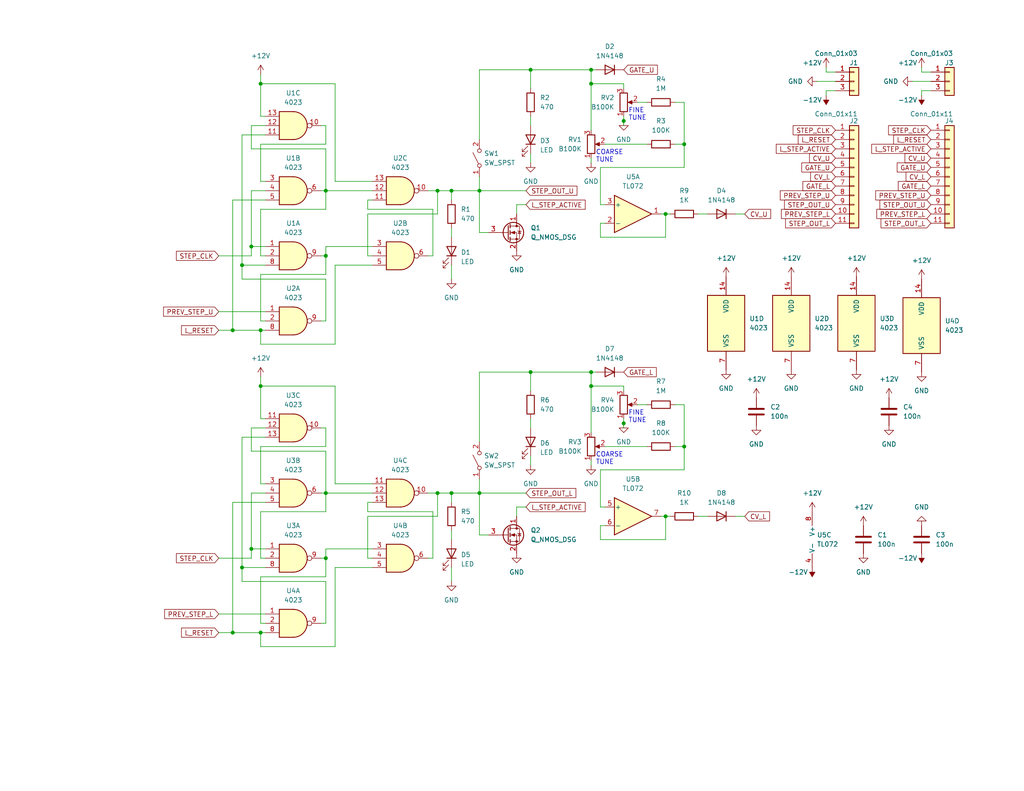
<source format=kicad_sch>
(kicad_sch (version 20211123) (generator eeschema)
  (paper "USLetter")
  (title_block (title "Sequencer One - Step Board") (date "2024-01-18") (rev "v1") (company "Multi Phase Brothel"))
  (lib_symbols
    (symbol "4xxx:4023" (pin_names (offset 1.016))
      (property "Reference" "U" (at 0 1.27 0))
      (property "Value" "4023" (at 0 -1.27 0))
      (symbol "4023_1_1"
        (pin input line (at -7.62 2.54 0) (length 3.81) (name "~") (number "1"))
        (pin input line (at -7.62 0 0) (length 3.81) (name "~") (number "2"))
        (pin input line (at -7.62 -2.54 0) (length 3.81) (name "~") (number "8"))
        (pin output inverted (at 7.62 0 180) (length 3.81) (name "~") (number "9"))
      )
      (symbol "4023_1_2"
        (pin input inverted (at -7.62 2.54 0) (length 4.318) (name "~") (number "1"))
        (pin input inverted (at -7.62 0 0) (length 4.953) (name "~") (number "2"))
        (pin input inverted (at -7.62 -2.54 0) (length 4.318) (name "~") (number "8"))
        (pin output line (at 7.62 0 180) (length 3.81) (name "~") (number "9"))
      )
      (symbol "4023_2_1"
        (pin input line (at -7.62 2.54 0) (length 3.81) (name "~") (number "3"))
        (pin input line (at -7.62 0 0) (length 3.81) (name "~") (number "4"))
        (pin input line (at -7.62 -2.54 0) (length 3.81) (name "~") (number "5"))
        (pin output inverted (at 7.62 0 180) (length 3.81) (name "~") (number "6"))
      )
      (symbol "4023_2_2"
        (pin input inverted (at -7.62 2.54 0) (length 4.318) (name "~") (number "3"))
        (pin input inverted (at -7.62 0 0) (length 4.953) (name "~") (number "4"))
        (pin input inverted (at -7.62 -2.54 0) (length 4.318) (name "~") (number "5"))
        (pin output line (at 7.62 0 180) (length 3.81) (name "~") (number "6"))
      )
      (symbol "4023_3_1"
        (pin output inverted (at 7.62 0 180) (length 3.81) (name "~") (number "10"))
        (pin input line (at -7.62 2.54 0) (length 3.81) (name "~") (number "11"))
        (pin input line (at -7.62 0 0) (length 3.81) (name "~") (number "12"))
        (pin input line (at -7.62 -2.54 0) (length 3.81) (name "~") (number "13"))
      )
      (symbol "4023_3_2"
        (pin output line (at 7.62 0 180) (length 3.81) (name "~") (number "10"))
        (pin input inverted (at -7.62 2.54 0) (length 4.318) (name "~") (number "11"))
        (pin input inverted (at -7.62 0 0) (length 4.953) (name "~") (number "12"))
        (pin input inverted (at -7.62 -2.54 0) (length 4.318) (name "~") (number "13"))
      )
      (symbol "4023_4_0"
        (pin power_in line (at 0 12.7 270) (length 5.08) (name "VDD") (number "14"))
        (pin power_in line (at 0 -12.7 90) (length 5.08) (name "VSS") (number "7"))
      )
    )
    (symbol "Amplifier_Operational:TL072" (pin_names (offset 0.127))
      (property "Reference" "U" (at 0 5.08 0))
      (property "Value" "TL072" (at 0 -5.08 0))
      (symbol "TL072_1_1"
        (pin output line (at 7.62 0 180) (length 2.54) (name "~") (number "1"))
        (pin input line (at -7.62 -2.54 0) (length 2.54) (name "-") (number "2"))
        (pin input line (at -7.62 2.54 0) (length 2.54) (name "+") (number "3"))
      )
      (symbol "TL072_2_1"
        (pin input line (at -7.62 2.54 0) (length 2.54) (name "+") (number "5"))
        (pin input line (at -7.62 -2.54 0) (length 2.54) (name "-") (number "6"))
        (pin output line (at 7.62 0 180) (length 2.54) (name "~") (number "7"))
      )
      (symbol "TL072_3_1"
        (pin power_in line (at -2.54 -7.62 90) (length 3.81) (name "V-") (number "4"))
        (pin power_in line (at -2.54 7.62 270) (length 3.81) (name "V+") (number "8"))
      )
    )
    (symbol "Connector_Generic:Conn_01x03" (pin_names (offset 1.016) hide)
      (property "Reference" "J" (at 0 5.08 0))
      (property "Value" "Conn_01x03" (at 0 -5.08 0))
      (symbol "Conn_01x03_1_1"
        (pin passive line (at -5.08 2.54 0) (length 3.81) (name "Pin_1") (number "1"))
        (pin passive line (at -5.08 0 0) (length 3.81) (name "Pin_2") (number "2"))
        (pin passive line (at -5.08 -2.54 0) (length 3.81) (name "Pin_3") (number "3"))
      )
    )
    (symbol "Connector_Generic:Conn_01x11" (pin_names (offset 1.016) hide)
      (property "Reference" "J" (at 0 15.24 0))
      (property "Value" "Conn_01x11" (at 0 -15.24 0))
      (symbol "Conn_01x11_1_1"
        (pin passive line (at -5.08 12.7 0) (length 3.81) (name "Pin_1") (number "1"))
        (pin passive line (at -5.08 -10.16 0) (length 3.81) (name "Pin_10") (number "10"))
        (pin passive line (at -5.08 -12.7 0) (length 3.81) (name "Pin_11") (number "11"))
        (pin passive line (at -5.08 10.16 0) (length 3.81) (name "Pin_2") (number "2"))
        (pin passive line (at -5.08 7.62 0) (length 3.81) (name "Pin_3") (number "3"))
        (pin passive line (at -5.08 5.08 0) (length 3.81) (name "Pin_4") (number "4"))
        (pin passive line (at -5.08 2.54 0) (length 3.81) (name "Pin_5") (number "5"))
        (pin passive line (at -5.08 0 0) (length 3.81) (name "Pin_6") (number "6"))
        (pin passive line (at -5.08 -2.54 0) (length 3.81) (name "Pin_7") (number "7"))
        (pin passive line (at -5.08 -5.08 0) (length 3.81) (name "Pin_8") (number "8"))
        (pin passive line (at -5.08 -7.62 0) (length 3.81) (name "Pin_9") (number "9"))
      )
    )
    (symbol "Device:C" (pin_numbers hide) (pin_names (offset 0.254))
      (property "Reference" "C" (at 0.635 2.54 0))
      (property "Value" "C" (at 0.635 -2.54 0))
      (symbol "C_1_1"
        (pin passive line (at 0 3.81 270) (length 2.794) (name "~") (number "1"))
        (pin passive line (at 0 -3.81 90) (length 2.794) (name "~") (number "2"))
      )
    )
    (symbol "Device:LED" (pin_numbers hide) (pin_names (offset 1.016) hide)
      (property "Reference" "D" (at 0 2.54 0))
      (property "Value" "LED" (at 0 -2.54 0))
      (symbol "LED_1_1"
        (pin passive line (at -3.81 0 0) (length 2.54) (name "K") (number "1"))
        (pin passive line (at 3.81 0 180) (length 2.54) (name "A") (number "2"))
      )
    )
    (symbol "Device:Q_NMOS_DSG" (pin_names (offset 0) hide)
      (property "Reference" "Q" (at 5.08 1.27 0))
      (property "Value" "Q_NMOS_DSG" (at 5.08 -1.27 0))
      (symbol "Q_NMOS_DSG_1_1"
        (pin passive line (at 2.54 5.08 270) (length 2.54) (name "D") (number "1"))
        (pin passive line (at 2.54 -5.08 90) (length 2.54) (name "S") (number "2"))
        (pin input line (at -5.08 0 0) (length 2.54) (name "G") (number "3"))
      )
    )
    (symbol "Device:R" (pin_numbers hide) (pin_names (offset 0))
      (property "Reference" "R" (at 2.032 0 90))
      (property "Value" "R" (at 0 0 90))
      (symbol "R_1_1"
        (pin passive line (at 0 3.81 270) (length 1.27) (name "~") (number "1"))
        (pin passive line (at 0 -3.81 90) (length 1.27) (name "~") (number "2"))
      )
    )
    (symbol "Device:R_Potentiometer" (pin_names (offset 1.016) hide)
      (property "Reference" "RV" (at -4.445 0 90))
      (property "Value" "R_Potentiometer" (at -2.54 0 90))
      (symbol "R_Potentiometer_1_1"
        (pin passive line (at 0 3.81 270) (length 1.27) (name "1") (number "1"))
        (pin passive line (at 3.81 0 180) (length 1.27) (name "2") (number "2"))
        (pin passive line (at 0 -3.81 90) (length 1.27) (name "3") (number "3"))
      )
    )
    (symbol "Diode:1N4148" (pin_numbers hide) (pin_names (offset 1.016) hide)
      (property "Reference" "D" (at 0 2.54 0))
      (property "Value" "1N4148" (at 0 -2.54 0))
      (symbol "1N4148_1_1"
        (pin passive line (at -3.81 0 0) (length 2.54) (name "K") (number "1"))
        (pin passive line (at 3.81 0 180) (length 2.54) (name "A") (number "2"))
      )
    )
    (symbol "Switch:SW_SPST" (pin_names (offset 0) hide)
      (property "Reference" "SW" (at 0 3.175 0))
      (property "Value" "SW_SPST" (at 0 -2.54 0))
      (symbol "SW_SPST_1_1"
        (pin passive line (at -5.08 0 0) (length 2.54) (name "A") (number "1"))
        (pin passive line (at 5.08 0 180) (length 2.54) (name "B") (number "2"))
      )
    )
    (symbol "power:+12V" (power) (pin_names (offset 0))
      (property "Value" "+12V" (at 0 3.556 0))
      (symbol "+12V_1_1"
        (pin power_in line (at 0 0 90) (length 0) hide (name "+12V") (number "1"))
      )
    )
    (symbol "power:-12V" (power) (pin_names (offset 0))
      (property "Value" "-12V" (at 0 3.81 0))
      (symbol "-12V_0_0"
        (pin power_in line (at 0 0 90) (length 0) hide (name "-12V") (number "1"))
      )
    )
    (symbol "power:GND" (power) (pin_names (offset 0))
      (property "Value" "GND" (at 0 -3.81 0))
      (symbol "GND_1_1"
        (pin power_in line (at 0 0 270) (length 0) hide (name "GND") (number "1"))
      )
    )
  )
  (junction (at 170.18 115.57))
  (junction (at 181.61 58.42))
  (junction (at 71.12 90.17))
  (junction (at 119.38 134.62))
  (junction (at 63.5 90.17))
  (junction (at 161.29 105.41))
  (junction (at 123.19 52.07))
  (junction (at 63.5 172.72))
  (junction (at 123.19 134.62))
  (junction (at 88.9 69.85))
  (junction (at 119.38 52.07))
  (junction (at 144.78 101.6))
  (junction (at 88.9 152.4))
  (junction (at 88.9 134.62))
  (junction (at 170.18 33.02))
  (junction (at 68.58 67.31))
  (junction (at 186.69 121.92))
  (junction (at 130.81 52.07))
  (junction (at 66.04 72.39))
  (junction (at 161.29 22.86))
  (junction (at 71.12 172.72))
  (junction (at 71.12 105.41))
  (junction (at 71.12 22.86))
  (junction (at 181.61 140.97))
  (junction (at 88.9 52.07))
  (junction (at 144.78 19.05))
  (junction (at 130.81 134.62))
  (junction (at 66.04 154.94))
  (junction (at 68.58 149.86))
  (junction (at 161.29 19.05))
  (junction (at 161.29 101.6))
  (junction (at 186.69 39.37))
  (wire (pts (xy 116.84 69.85) (xy 118.11 69.85)))
  (wire (pts (xy 71.12 102.87) (xy 71.12 105.41)))
  (wire (pts (xy 71.12 20.32) (xy 71.12 22.86)))
  (wire (pts (xy 101.6 149.86) (xy 88.9 149.86)))
  (wire (pts (xy 71.12 22.86) (xy 91.44 22.86)))
  (wire (pts (xy 180.34 140.97) (xy 181.61 140.97)))
  (wire (pts (xy 59.69 152.4) (xy 68.58 152.4)))
  (wire (pts (xy 87.63 69.85) (xy 88.9 69.85)))
  (wire (pts (xy 170.18 31.75) (xy 170.18 33.02)))
  (wire (pts (xy 63.5 54.61) (xy 63.5 90.17)))
  (wire (pts (xy 72.39 54.61) (xy 63.5 54.61)))
  (wire (pts (xy 66.04 119.38) (xy 66.04 154.94)))
  (wire (pts (xy 91.44 93.98) (xy 71.12 93.98)))
  (wire (pts (xy 100.33 54.61) (xy 100.33 57.15)))
  (wire (pts (xy 68.58 34.29) (xy 72.39 34.29)))
  (wire (pts (xy 144.78 31.75) (xy 144.78 34.29)))
  (wire (pts (xy 163.83 143.51) (xy 163.83 147.32)))
  (wire (pts (xy 88.9 76.2) (xy 88.9 87.63)))
  (wire (pts (xy 59.69 172.72) (xy 63.5 172.72)))
  (wire (pts (xy 71.12 87.63) (xy 72.39 87.63)))
  (wire (pts (xy 72.39 137.16) (xy 63.5 137.16)))
  (wire (pts (xy 72.39 69.85) (xy 71.12 69.85)))
  (wire (pts (xy 161.29 101.6) (xy 162.56 101.6)))
  (wire (pts (xy 71.12 31.75) (xy 71.12 22.86)))
  (wire (pts (xy 59.69 167.64) (xy 72.39 167.64)))
  (wire (pts (xy 123.19 144.78) (xy 123.19 147.32)))
  (wire (pts (xy 88.9 52.07) (xy 88.9 57.15)))
  (wire (pts (xy 140.97 140.97) (xy 140.97 138.43)))
  (wire (pts (xy 88.9 170.18) (xy 87.63 170.18)))
  (wire (pts (xy 163.83 128.27) (xy 186.69 128.27)))
  (wire (pts (xy 68.58 134.62) (xy 68.58 149.86)))
  (wire (pts (xy 140.97 138.43) (xy 143.51 138.43)))
  (wire (pts (xy 71.12 39.37) (xy 71.12 49.53)))
  (wire (pts (xy 161.29 105.41) (xy 161.29 118.11)))
  (wire (pts (xy 71.12 93.98) (xy 71.12 90.17)))
  (wire (pts (xy 101.6 137.16) (xy 100.33 137.16)))
  (wire (pts (xy 170.18 114.3) (xy 170.18 115.57)))
  (wire (pts (xy 71.12 57.15) (xy 88.9 57.15)))
  (wire (pts (xy 123.19 154.94) (xy 123.19 158.75)))
  (wire (pts (xy 71.12 170.18) (xy 72.39 170.18)))
  (wire (pts (xy 123.19 72.39) (xy 123.19 76.2)))
  (wire (pts (xy 100.33 140.97) (xy 119.38 140.97)))
  (wire (pts (xy 133.35 146.05) (xy 130.81 146.05)))
  (wire (pts (xy 88.9 152.4) (xy 88.9 157.48)))
  (wire (pts (xy 163.83 147.32) (xy 181.61 147.32)))
  (wire (pts (xy 88.9 39.37) (xy 71.12 39.37)))
  (wire (pts (xy 66.04 158.75) (xy 88.9 158.75)))
  (wire (pts (xy 144.78 19.05) (xy 161.29 19.05)))
  (wire (pts (xy 186.69 121.92) (xy 186.69 128.27)))
  (wire (pts (xy 225.425 24.765) (xy 225.425 26.035)))
  (wire (pts (xy 254 19.685) (xy 251.46 19.685)))
  (wire (pts (xy 184.15 27.94) (xy 186.69 27.94)))
  (wire (pts (xy 165.1 138.43) (xy 163.83 138.43)))
  (wire (pts (xy 68.58 149.86) (xy 72.39 149.86)))
  (wire (pts (xy 144.78 124.46) (xy 144.78 127)))
  (wire (pts (xy 123.19 134.62) (xy 123.19 137.16)))
  (wire (pts (xy 91.44 22.86) (xy 91.44 49.53)))
  (wire (pts (xy 100.33 69.85) (xy 101.6 69.85)))
  (wire (pts (xy 200.66 140.97) (xy 203.2 140.97)))
  (wire (pts (xy 88.9 69.85) (xy 88.9 74.93)))
  (wire (pts (xy 72.39 132.08) (xy 71.12 132.08)))
  (wire (pts (xy 87.63 52.07) (xy 88.9 52.07)))
  (wire (pts (xy 173.99 27.94) (xy 176.53 27.94)))
  (wire (pts (xy 68.58 116.84) (xy 68.58 123.19)))
  (wire (pts (xy 71.12 176.53) (xy 71.12 172.72)))
  (wire (pts (xy 71.12 114.3) (xy 71.12 105.41)))
  (wire (pts (xy 71.12 74.93) (xy 88.9 74.93)))
  (wire (pts (xy 184.15 121.92) (xy 186.69 121.92)))
  (wire (pts (xy 68.58 67.31) (xy 68.58 69.85)))
  (wire (pts (xy 66.04 76.2) (xy 88.9 76.2)))
  (wire (pts (xy 144.78 101.6) (xy 161.29 101.6)))
  (wire (pts (xy 88.9 34.29) (xy 88.9 39.37)))
  (wire (pts (xy 59.69 69.85) (xy 68.58 69.85)))
  (wire (pts (xy 68.58 40.64) (xy 88.9 40.64)))
  (wire (pts (xy 72.39 52.07) (xy 68.58 52.07)))
  (wire (pts (xy 71.12 172.72) (xy 72.39 172.72)))
  (wire (pts (xy 163.83 55.88) (xy 163.83 45.72)))
  (wire (pts (xy 251.46 24.765) (xy 251.46 26.035)))
  (wire (pts (xy 100.33 139.7) (xy 118.11 139.7)))
  (wire (pts (xy 71.12 139.7) (xy 71.12 152.4)))
  (wire (pts (xy 66.04 36.83) (xy 72.39 36.83)))
  (wire (pts (xy 101.6 54.61) (xy 100.33 54.61)))
  (wire (pts (xy 59.69 90.17) (xy 63.5 90.17)))
  (wire (pts (xy 71.12 74.93) (xy 71.12 87.63)))
  (wire (pts (xy 66.04 72.39) (xy 66.04 76.2)))
  (wire (pts (xy 88.9 52.07) (xy 101.6 52.07)))
  (wire (pts (xy 118.11 57.15) (xy 118.11 69.85)))
  (wire (pts (xy 68.58 34.29) (xy 68.58 40.64)))
  (wire (pts (xy 227.965 19.685) (xy 225.425 19.685)))
  (wire (pts (xy 91.44 132.08) (xy 101.6 132.08)))
  (wire (pts (xy 200.66 58.42) (xy 203.2 58.42)))
  (wire (pts (xy 71.12 152.4) (xy 72.39 152.4)))
  (wire (pts (xy 87.63 134.62) (xy 88.9 134.62)))
  (wire (pts (xy 186.69 45.72) (xy 186.69 39.37)))
  (wire (pts (xy 144.78 41.91) (xy 144.78 44.45)))
  (wire (pts (xy 130.81 48.26) (xy 130.81 52.07)))
  (wire (pts (xy 123.19 62.23) (xy 123.19 64.77)))
  (wire (pts (xy 163.83 64.77) (xy 181.61 64.77)))
  (wire (pts (xy 130.81 52.07) (xy 143.51 52.07)))
  (wire (pts (xy 165.1 143.51) (xy 163.83 143.51)))
  (wire (pts (xy 91.44 105.41) (xy 91.44 132.08)))
  (wire (pts (xy 100.33 137.16) (xy 100.33 139.7)))
  (wire (pts (xy 161.29 125.73) (xy 161.29 127)))
  (wire (pts (xy 88.9 158.75) (xy 88.9 170.18)))
  (wire (pts (xy 91.44 176.53) (xy 71.12 176.53)))
  (wire (pts (xy 88.9 40.64) (xy 88.9 52.07)))
  (wire (pts (xy 248.92 22.225) (xy 254 22.225)))
  (wire (pts (xy 72.39 49.53) (xy 71.12 49.53)))
  (wire (pts (xy 163.83 138.43) (xy 163.83 128.27)))
  (wire (pts (xy 165.1 121.92) (xy 176.53 121.92)))
  (wire (pts (xy 63.5 137.16) (xy 63.5 172.72)))
  (wire (pts (xy 254 24.765) (xy 251.46 24.765)))
  (wire (pts (xy 144.78 101.6) (xy 144.78 106.68)))
  (wire (pts (xy 133.35 63.5) (xy 130.81 63.5)))
  (wire (pts (xy 130.81 130.81) (xy 130.81 134.62)))
  (wire (pts (xy 170.18 115.57) (xy 170.18 116.84)))
  (wire (pts (xy 66.04 154.94) (xy 72.39 154.94)))
  (wire (pts (xy 71.12 114.3) (xy 72.39 114.3)))
  (wire (pts (xy 72.39 119.38) (xy 66.04 119.38)))
  (wire (pts (xy 100.33 140.97) (xy 100.33 152.4)))
  (wire (pts (xy 87.63 152.4) (xy 88.9 152.4)))
  (wire (pts (xy 119.38 140.97) (xy 119.38 134.62)))
  (wire (pts (xy 170.18 105.41) (xy 161.29 105.41)))
  (wire (pts (xy 71.12 90.17) (xy 72.39 90.17)))
  (wire (pts (xy 181.61 147.32) (xy 181.61 140.97)))
  (wire (pts (xy 173.99 110.49) (xy 176.53 110.49)))
  (wire (pts (xy 251.46 19.685) (xy 251.46 18.415)))
  (wire (pts (xy 181.61 140.97) (xy 182.88 140.97)))
  (wire (pts (xy 119.38 52.07) (xy 123.19 52.07)))
  (wire (pts (xy 170.18 24.13) (xy 170.18 22.86)))
  (wire (pts (xy 186.69 27.94) (xy 186.69 39.37)))
  (wire (pts (xy 184.15 110.49) (xy 186.69 110.49)))
  (wire (pts (xy 225.425 19.685) (xy 225.425 18.415)))
  (wire (pts (xy 59.69 85.09) (xy 72.39 85.09)))
  (wire (pts (xy 88.9 67.31) (xy 88.9 69.85)))
  (wire (pts (xy 116.84 152.4) (xy 118.11 152.4)))
  (wire (pts (xy 123.19 52.07) (xy 123.19 54.61)))
  (wire (pts (xy 63.5 172.72) (xy 71.12 172.72)))
  (wire (pts (xy 100.33 58.42) (xy 119.38 58.42)))
  (wire (pts (xy 190.5 58.42) (xy 193.04 58.42)))
  (wire (pts (xy 88.9 121.92) (xy 71.12 121.92)))
  (wire (pts (xy 163.83 60.96) (xy 163.83 64.77)))
  (wire (pts (xy 144.78 114.3) (xy 144.78 116.84)))
  (wire (pts (xy 66.04 72.39) (xy 72.39 72.39)))
  (wire (pts (xy 71.12 105.41) (xy 91.44 105.41)))
  (wire (pts (xy 140.97 58.42) (xy 140.97 55.88)))
  (wire (pts (xy 66.04 154.94) (xy 66.04 158.75)))
  (wire (pts (xy 184.15 39.37) (xy 186.69 39.37)))
  (wire (pts (xy 130.81 101.6) (xy 144.78 101.6)))
  (wire (pts (xy 91.44 72.39) (xy 91.44 93.98)))
  (wire (pts (xy 68.58 67.31) (xy 72.39 67.31)))
  (wire (pts (xy 130.81 120.65) (xy 130.81 101.6)))
  (wire (pts (xy 68.58 123.19) (xy 88.9 123.19)))
  (wire (pts (xy 88.9 134.62) (xy 101.6 134.62)))
  (wire (pts (xy 130.81 134.62) (xy 130.81 146.05)))
  (wire (pts (xy 72.39 116.84) (xy 68.58 116.84)))
  (wire (pts (xy 71.12 157.48) (xy 71.12 170.18)))
  (wire (pts (xy 116.84 134.62) (xy 119.38 134.62)))
  (wire (pts (xy 118.11 139.7) (xy 118.11 152.4)))
  (wire (pts (xy 130.81 134.62) (xy 143.51 134.62)))
  (wire (pts (xy 91.44 154.94) (xy 91.44 176.53)))
  (wire (pts (xy 63.5 90.17) (xy 71.12 90.17)))
  (wire (pts (xy 130.81 19.05) (xy 144.78 19.05)))
  (wire (pts (xy 181.61 58.42) (xy 182.88 58.42)))
  (wire (pts (xy 100.33 58.42) (xy 100.33 69.85)))
  (wire (pts (xy 66.04 36.83) (xy 66.04 72.39)))
  (wire (pts (xy 130.81 38.1) (xy 130.81 19.05)))
  (wire (pts (xy 101.6 72.39) (xy 91.44 72.39)))
  (wire (pts (xy 161.29 43.18) (xy 161.29 44.45)))
  (wire (pts (xy 140.97 55.88) (xy 143.51 55.88)))
  (wire (pts (xy 181.61 58.42) (xy 180.34 58.42)))
  (wire (pts (xy 161.29 19.05) (xy 161.29 22.86)))
  (wire (pts (xy 144.78 19.05) (xy 144.78 24.13)))
  (wire (pts (xy 170.18 106.68) (xy 170.18 105.41)))
  (wire (pts (xy 87.63 116.84) (xy 88.9 116.84)))
  (wire (pts (xy 165.1 55.88) (xy 163.83 55.88)))
  (wire (pts (xy 186.69 110.49) (xy 186.69 121.92)))
  (wire (pts (xy 101.6 154.94) (xy 91.44 154.94)))
  (wire (pts (xy 71.12 57.15) (xy 71.12 69.85)))
  (wire (pts (xy 100.33 57.15) (xy 118.11 57.15)))
  (wire (pts (xy 71.12 157.48) (xy 88.9 157.48)))
  (wire (pts (xy 227.965 24.765) (xy 225.425 24.765)))
  (wire (pts (xy 87.63 34.29) (xy 88.9 34.29)))
  (wire (pts (xy 88.9 123.19) (xy 88.9 134.62)))
  (wire (pts (xy 123.19 134.62) (xy 130.81 134.62)))
  (wire (pts (xy 123.19 52.07) (xy 130.81 52.07)))
  (wire (pts (xy 190.5 140.97) (xy 193.04 140.97)))
  (wire (pts (xy 72.39 134.62) (xy 68.58 134.62)))
  (wire (pts (xy 88.9 116.84) (xy 88.9 121.92)))
  (wire (pts (xy 163.83 45.72) (xy 186.69 45.72)))
  (wire (pts (xy 222.885 22.225) (xy 227.965 22.225)))
  (wire (pts (xy 119.38 58.42) (xy 119.38 52.07)))
  (wire (pts (xy 68.58 149.86) (xy 68.58 152.4)))
  (wire (pts (xy 165.1 39.37) (xy 176.53 39.37)))
  (wire (pts (xy 181.61 64.77) (xy 181.61 58.42)))
  (wire (pts (xy 161.29 101.6) (xy 161.29 105.41)))
  (wire (pts (xy 88.9 87.63) (xy 87.63 87.63)))
  (wire (pts (xy 71.12 121.92) (xy 71.12 132.08)))
  (wire (pts (xy 170.18 22.86) (xy 161.29 22.86)))
  (wire (pts (xy 119.38 134.62) (xy 123.19 134.62)))
  (wire (pts (xy 68.58 52.07) (xy 68.58 67.31)))
  (wire (pts (xy 101.6 67.31) (xy 88.9 67.31)))
  (wire (pts (xy 116.84 52.07) (xy 119.38 52.07)))
  (wire (pts (xy 91.44 49.53) (xy 101.6 49.53)))
  (wire (pts (xy 88.9 149.86) (xy 88.9 152.4)))
  (wire (pts (xy 161.29 19.05) (xy 162.56 19.05)))
  (wire (pts (xy 71.12 31.75) (xy 72.39 31.75)))
  (wire (pts (xy 71.12 139.7) (xy 88.9 139.7)))
  (wire (pts (xy 170.18 33.02) (xy 170.18 34.29)))
  (wire (pts (xy 88.9 134.62) (xy 88.9 139.7)))
  (wire (pts (xy 161.29 22.86) (xy 161.29 35.56)))
  (wire (pts (xy 100.33 152.4) (xy 101.6 152.4)))
  (wire (pts (xy 165.1 60.96) (xy 163.83 60.96)))
  (wire (pts (xy 130.81 52.07) (xy 130.81 63.5)))
  (text "COARSE\nTUNE" (at 162.56 44.45 0) (effects (font (size 1.27 1.27)) (justify left bottom)))
  (text "FINE\nTUNE" (at 171.45 33.02 0) (effects (font (size 1.27 1.27)) (justify left bottom)))
  (text "FINE\nTUNE" (at 171.45 115.57 0) (effects (font (size 1.27 1.27)) (justify left bottom)))
  (text "COARSE\nTUNE" (at 162.56 127 0) (effects (font (size 1.27 1.27)) (justify left bottom)))
  (global_label "STEP_OUT_L" (shape input) (at 143.51 134.62 0) (property "Intersheet References" "${INTERSHEET_REFS}" (effects hide)))
  (global_label "STEP_OUT_U" (shape input) (at 227.965 55.88 180) (property "Intersheet References" "${INTERSHEET_REFS}" (effects hide)))
  (global_label "CV_U" (shape input) (at 254 43.18 180) (property "Intersheet References" "${INTERSHEET_REFS}" (effects hide)))
  (global_label "PREV_STEP_L" (shape input) (at 59.69 167.64 180) (property "Intersheet References" "${INTERSHEET_REFS}" (effects hide)))
  (global_label "GATE_L" (shape input) (at 170.18 101.6 0) (property "Intersheet References" "${INTERSHEET_REFS}" (effects hide)))
  (global_label "GATE_U" (shape input) (at 227.965 45.72 180) (property "Intersheet References" "${INTERSHEET_REFS}" (effects hide)))
  (global_label "STEP_CLK" (shape input) (at 59.69 69.85 180) (property "Intersheet References" "${INTERSHEET_REFS}" (effects hide)))
  (global_label "L_STEP_ACTIVE" (shape input) (at 227.965 40.64 180) (property "Intersheet References" "${INTERSHEET_REFS}" (effects hide)))
  (global_label "GATE_L" (shape input) (at 227.965 50.8 180) (property "Intersheet References" "${INTERSHEET_REFS}" (effects hide)))
  (global_label "STEP_CLK" (shape input) (at 227.965 35.56 180) (property "Intersheet References" "${INTERSHEET_REFS}" (effects hide)))
  (global_label "GATE_U" (shape input) (at 254 45.72 180) (property "Intersheet References" "${INTERSHEET_REFS}" (effects hide)))
  (global_label "CV_L" (shape input) (at 227.965 48.26 180) (property "Intersheet References" "${INTERSHEET_REFS}" (effects hide)))
  (global_label "L_RESET" (shape input) (at 59.69 90.17 180) (property "Intersheet References" "${INTERSHEET_REFS}" (effects hide)))
  (global_label "CV_U" (shape input) (at 203.2 58.42 0) (property "Intersheet References" "${INTERSHEET_REFS}" (effects hide)))
  (global_label "STEP_OUT_U" (shape input) (at 143.51 52.07 0) (property "Intersheet References" "${INTERSHEET_REFS}" (effects hide)))
  (global_label "STEP_CLK" (shape input) (at 59.69 152.4 180) (property "Intersheet References" "${INTERSHEET_REFS}" (effects hide)))
  (global_label "PREV_STEP_L" (shape input) (at 227.965 58.42 180) (property "Intersheet References" "${INTERSHEET_REFS}" (effects hide)))
  (global_label "GATE_U" (shape input) (at 170.18 19.05 0) (property "Intersheet References" "${INTERSHEET_REFS}" (effects hide)))
  (global_label "L_STEP_ACTIVE" (shape input) (at 143.51 55.88 0) (property "Intersheet References" "${INTERSHEET_REFS}" (effects hide)))
  (global_label "L_RESET" (shape input) (at 59.69 172.72 180) (property "Intersheet References" "${INTERSHEET_REFS}" (effects hide)))
  (global_label "L_RESET" (shape input) (at 254 38.1 180) (property "Intersheet References" "${INTERSHEET_REFS}" (effects hide)))
  (global_label "PREV_STEP_U" (shape input) (at 227.965 53.34 180) (property "Intersheet References" "${INTERSHEET_REFS}" (effects hide)))
  (global_label "GATE_L" (shape input) (at 254 50.8 180) (property "Intersheet References" "${INTERSHEET_REFS}" (effects hide)))
  (global_label "CV_L" (shape input) (at 203.2 140.97 0) (property "Intersheet References" "${INTERSHEET_REFS}" (effects hide)))
  (global_label "PREV_STEP_L" (shape input) (at 254 58.42 180) (property "Intersheet References" "${INTERSHEET_REFS}" (effects hide)))
  (global_label "STEP_CLK" (shape input) (at 254 35.56 180) (property "Intersheet References" "${INTERSHEET_REFS}" (effects hide)))
  (global_label "STEP_OUT_L" (shape input) (at 254 60.96 180) (property "Intersheet References" "${INTERSHEET_REFS}" (effects hide)))
  (global_label "CV_L" (shape input) (at 254 48.26 180) (property "Intersheet References" "${INTERSHEET_REFS}" (effects hide)))
  (global_label "PREV_STEP_U" (shape input) (at 59.69 85.09 180) (property "Intersheet References" "${INTERSHEET_REFS}" (effects hide)))
  (global_label "L_STEP_ACTIVE" (shape input) (at 143.51 138.43 0) (property "Intersheet References" "${INTERSHEET_REFS}" (effects hide)))
  (global_label "STEP_OUT_U" (shape input) (at 254 55.88 180) (property "Intersheet References" "${INTERSHEET_REFS}" (effects hide)))
  (global_label "CV_U" (shape input) (at 227.965 43.18 180) (property "Intersheet References" "${INTERSHEET_REFS}" (effects hide)))
  (global_label "L_RESET" (shape input) (at 227.965 38.1 180) (property "Intersheet References" "${INTERSHEET_REFS}" (effects hide)))
  (global_label "STEP_OUT_L" (shape input) (at 227.965 60.96 180) (property "Intersheet References" "${INTERSHEET_REFS}" (effects hide)))
  (global_label "PREV_STEP_U" (shape input) (at 254 53.34 180) (property "Intersheet References" "${INTERSHEET_REFS}" (effects hide)))
  (global_label "L_STEP_ACTIVE" (shape input) (at 254 40.64 180) (property "Intersheet References" "${INTERSHEET_REFS}" (effects hide)))
  (symbol (lib_id "4xxx:4023") (at 80.01 69.85 0) (unit 1)
    (property "Reference" "U1" (at 80.01 60.96 0))
    (property "Value" "4023" (at 80.01 63.5 0))
    (property "Footprint" "Package_DIP:DIP-14_W7.62mm_Socket_LongPads" (effects hide))
    (property "Datasheet" "http://www.intersil.com/content/dam/Intersil/documents/cd40/cd4011bms-12bms-23bms.pdf" (effects hide))
  )
  (symbol (lib_id "power:+12V") (at 233.68 75.565 0) (unit 1)
    (property "Reference" "#PWR020" (effects hide))
    (property "Value" "+12V" (at 233.68 70.485 0))
  )
  (symbol (lib_id "power:+12V") (at 206.375 108.585 0) (unit 1)
    (property "Reference" "#PWR012" (effects hide))
    (property "Value" "+12V" (at 206.375 103.505 0))
  )
  (symbol (lib_id "Diode:1N4148") (at 196.85 140.97 0) (mirror y) (unit 1)
    (property "Reference" "D8" (at 196.85 134.62 0))
    (property "Value" "1N4148" (at 196.85 137.16 0))
    (property "Footprint" "Diode_THT:D_DO-35_SOD27_P7.62mm_Horizontal" (effects hide))
    (property "Datasheet" "https://assets.nexperia.com/documents/data-sheet/1N4148_1N4448.pdf" (effects hide))
  )
  (symbol (lib_id "power:+12V") (at 225.425 18.415 0) (unit 1)
    (property "Reference" "#PWR0103" (effects hide))
    (property "Value" "+12V" (at 221.615 17.145 0))
  )
  (symbol (lib_id "4xxx:4023") (at 233.68 88.265 0) (unit 4)
    (property "Reference" "U3" (at 240.03 86.9949 0) (effects (justify left)))
    (property "Value" "4023" (at 240.03 89.5349 0) (effects (justify left)))
    (property "Footprint" "Package_DIP:DIP-14_W7.62mm_Socket_LongPads" (effects hide))
    (property "Datasheet" "http://www.intersil.com/content/dam/Intersil/documents/cd40/cd4011bms-12bms-23bms.pdf" (effects hide))
  )
  (symbol (lib_id "4xxx:4023") (at 109.22 52.07 0) (mirror x) (unit 3)
    (property "Reference" "U2" (at 109.22 43.18 0))
    (property "Value" "4023" (at 109.22 45.72 0))
    (property "Footprint" "Package_DIP:DIP-14_W7.62mm_Socket_LongPads" (effects hide))
    (property "Datasheet" "http://www.intersil.com/content/dam/Intersil/documents/cd40/cd4011bms-12bms-23bms.pdf" (effects hide))
  )
  (symbol (lib_id "4xxx:4023") (at 215.9 88.265 0) (unit 4)
    (property "Reference" "U2" (at 222.25 86.9949 0) (effects (justify left)))
    (property "Value" "4023" (at 222.25 89.5349 0) (effects (justify left)))
    (property "Footprint" "Package_DIP:DIP-14_W7.62mm_Socket_LongPads" (effects hide))
    (property "Datasheet" "http://www.intersil.com/content/dam/Intersil/documents/cd40/cd4011bms-12bms-23bms.pdf" (effects hide))
  )
  (symbol (lib_id "power:GND") (at 248.92 22.225 270) (unit 1)
    (property "Reference" "#PWR028" (effects hide))
    (property "Value" "GND" (at 245.11 22.2249 90) (effects (justify right)))
  )
  (symbol (lib_id "Device:LED") (at 144.78 120.65 270) (mirror x) (unit 1)
    (property "Reference" "D6" (at 147.32 120.9674 90) (effects (justify left)))
    (property "Value" "LED" (at 147.32 123.5074 90) (effects (justify left)))
    (property "Footprint" "LED_THT:LED_D3.0mm" (effects hide))
  )
  (symbol (lib_id "power:GND") (at 161.29 44.45 0) (unit 1)
    (property "Reference" "#PWR02" (effects hide))
    (property "Value" "GND" (at 161.29 49.53 0))
  )
  (symbol (lib_id "Amplifier_Operational:TL072") (at 224.155 147.32 0) (unit 3)
    (property "Reference" "U5" (at 222.885 146.0499 0) (effects (justify left)))
    (property "Value" "TL072" (at 222.885 148.5899 0) (effects (justify left)))
    (property "Footprint" "Package_DIP:DIP-8_W7.62mm_Socket_LongPads" (effects hide))
    (property "Datasheet" "http://www.ti.com/lit/ds/symlink/tl071.pdf" (effects hide))
  )
  (symbol (lib_id "4xxx:4023") (at 80.01 152.4 0) (unit 1)
    (property "Reference" "U3" (at 80.01 143.51 0))
    (property "Value" "4023" (at 80.01 146.05 0))
    (property "Footprint" "Package_DIP:DIP-14_W7.62mm_Socket_LongPads" (effects hide))
    (property "Datasheet" "http://www.intersil.com/content/dam/Intersil/documents/cd40/cd4011bms-12bms-23bms.pdf" (effects hide))
  )
  (symbol (lib_id "Device:Q_NMOS_DSG") (at 138.43 146.05 0) (unit 1)
    (property "Reference" "Q2" (at 144.78 144.7799 0) (effects (justify left)))
    (property "Value" "Q_NMOS_DSG" (at 144.78 147.3199 0) (effects (justify left)))
    (property "Footprint" "Package_TO_SOT_THT:TO-92_HandSolder" (effects hide))
  )
  (symbol (lib_id "Device:C") (at 235.585 147.32 0) (unit 1)
    (property "Reference" "C1" (at 239.395 146.0499 0) (effects (justify left)))
    (property "Value" "100n" (at 239.395 148.5899 0) (effects (justify left)))
    (property "Footprint" "Capacitor_THT:C_Disc_D5.1mm_W3.2mm_P5.00mm" (effects hide))
  )
  (symbol (lib_id "Connector_Generic:Conn_01x11") (at 259.08 48.26 0) (unit 1)
    (property "Reference" "J4" (at 257.81 33.02 0) (effects (justify left)))
    (property "Value" "Conn_01x11" (at 248.285 31.115 0) (effects (justify left)))
    (property "Footprint" "Connector_PinHeader_2.54mm:PinHeader_1x11_P2.54mm_Vertical" (effects hide))
  )
  (symbol (lib_id "Connector_Generic:Conn_01x03") (at 259.08 22.225 0) (unit 1)
    (property "Reference" "J3" (at 257.81 17.145 0) (effects (justify left)))
    (property "Value" "Conn_01x03" (at 248.285 14.605 0) (effects (justify left)))
    (property "Footprint" "Connector_PinHeader_2.54mm:PinHeader_1x03_P2.54mm_Vertical" (effects hide))
  )
  (symbol (lib_id "power:GND") (at 123.19 76.2 0) (unit 1)
    (property "Reference" "#PWR04" (effects hide))
    (property "Value" "GND" (at 123.19 81.28 0))
  )
  (symbol (lib_id "power:GND") (at 235.585 151.13 0) (unit 1)
    (property "Reference" "#PWR09" (effects hide))
    (property "Value" "GND" (at 235.585 156.21 0))
  )
  (symbol (lib_id "4xxx:4023") (at 80.01 116.84 0) (unit 3)
    (property "Reference" "U3" (at 80.01 107.95 0))
    (property "Value" "4023" (at 80.01 110.49 0))
    (property "Footprint" "Package_DIP:DIP-14_W7.62mm_Socket_LongPads" (effects hide))
    (property "Datasheet" "http://www.intersil.com/content/dam/Intersil/documents/cd40/cd4011bms-12bms-23bms.pdf" (effects hide))
  )
  (symbol (lib_id "Device:Q_NMOS_DSG") (at 138.43 63.5 0) (unit 1)
    (property "Reference" "Q1" (at 144.78 62.2299 0) (effects (justify left)))
    (property "Value" "Q_NMOS_DSG" (at 144.78 64.7699 0) (effects (justify left)))
    (property "Footprint" "Package_TO_SOT_THT:TO-92_HandSolder" (effects hide))
  )
  (symbol (lib_id "power:GND") (at 144.78 127 0) (unit 1)
    (property "Reference" "#PWR017" (effects hide))
    (property "Value" "GND" (at 144.78 132.08 0))
  )
  (symbol (lib_id "4xxx:4023") (at 198.12 88.265 0) (unit 4)
    (property "Reference" "U1" (at 204.47 86.9949 0) (effects (justify left)))
    (property "Value" "4023" (at 204.47 89.5349 0) (effects (justify left)))
    (property "Footprint" "Package_DIP:DIP-14_W7.62mm_Socket_LongPads" (effects hide))
    (property "Datasheet" "http://www.intersil.com/content/dam/Intersil/documents/cd40/cd4011bms-12bms-23bms.pdf" (effects hide))
  )
  (symbol (lib_id "power:GND") (at 170.18 115.57 0) (unit 1)
    (property "Reference" "#PWR019" (effects hide))
    (property "Value" "GND" (at 170.18 120.65 0))
  )
  (symbol (lib_id "Device:R_Potentiometer") (at 161.29 39.37 0) (mirror x) (unit 1)
    (property "Reference" "RV1" (at 158.75 38.0999 0) (effects (justify right)))
    (property "Value" "B100K" (at 158.75 40.6399 0) (effects (justify right)))
    (property "Footprint" "Potentiometer_THT:Potentiometer_Piher_T-16H_Single_Horizontal" (effects hide))
  )
  (symbol (lib_id "power:GND") (at 233.68 100.965 0) (unit 1)
    (property "Reference" "#PWR021" (effects hide))
    (property "Value" "GND" (at 233.68 106.045 0))
  )
  (symbol (lib_id "Switch:SW_SPST") (at 130.81 43.18 90) (unit 1)
    (property "Reference" "SW1" (at 132.08 41.9099 90) (effects (justify right)))
    (property "Value" "SW_SPST" (at 132.08 44.4499 90) (effects (justify right)))
    (property "Footprint" "Connector_PinHeader_2.54mm:PinHeader_1x02_P2.54mm_Vertical" (effects hide))
  )
  (symbol (lib_id "Switch:SW_SPST") (at 130.81 125.73 90) (unit 1)
    (property "Reference" "SW2" (at 132.08 124.4599 90) (effects (justify right)))
    (property "Value" "SW_SPST" (at 132.08 126.9999 90) (effects (justify right)))
    (property "Footprint" "Connector_PinHeader_2.54mm:PinHeader_1x02_P2.54mm_Vertical" (effects hide))
  )
  (symbol (lib_id "power:GND") (at 215.9 100.965 0) (unit 1)
    (property "Reference" "#PWR011" (effects hide))
    (property "Value" "GND" (at 215.9 106.045 0))
  )
  (symbol (lib_id "power:GND") (at 161.29 127 0) (unit 1)
    (property "Reference" "#PWR018" (effects hide))
    (property "Value" "GND" (at 161.29 132.08 0))
  )
  (symbol (lib_id "4xxx:4023") (at 80.01 134.62 0) (unit 2)
    (property "Reference" "U3" (at 80.01 125.73 0))
    (property "Value" "4023" (at 80.01 128.27 0))
    (property "Footprint" "Package_DIP:DIP-14_W7.62mm_Socket_LongPads" (effects hide))
    (property "Datasheet" "http://www.intersil.com/content/dam/Intersil/documents/cd40/cd4011bms-12bms-23bms.pdf" (effects hide))
  )
  (symbol (lib_id "Device:R") (at 186.69 140.97 90) (unit 1)
    (property "Reference" "R10" (at 186.69 134.62 90))
    (property "Value" "1K" (at 186.69 137.16 90))
    (property "Footprint" "Resistor_THT:R_Axial_DIN0204_L3.6mm_D1.6mm_P7.62mm_Horizontal" (effects hide))
  )
  (symbol (lib_id "Diode:1N4148") (at 196.85 58.42 0) (mirror y) (unit 1)
    (property "Reference" "D4" (at 196.85 52.07 0))
    (property "Value" "1N4148" (at 196.85 54.61 0))
    (property "Footprint" "Diode_THT:D_DO-35_SOD27_P7.62mm_Horizontal" (effects hide))
    (property "Datasheet" "https://assets.nexperia.com/documents/data-sheet/1N4148_1N4448.pdf" (effects hide))
  )
  (symbol (lib_id "power:GND") (at 251.46 101.6 0) (unit 1)
    (property "Reference" "#PWR025" (effects hide))
    (property "Value" "GND" (at 251.46 106.68 0))
  )
  (symbol (lib_id "4xxx:4023") (at 109.22 152.4 0) (unit 2)
    (property "Reference" "U4" (at 109.22 143.51 0))
    (property "Value" "4023" (at 109.22 146.05 0))
    (property "Footprint" "Package_DIP:DIP-14_W7.62mm_Socket_LongPads" (effects hide))
    (property "Datasheet" "http://www.intersil.com/content/dam/Intersil/documents/cd40/cd4011bms-12bms-23bms.pdf" (effects hide))
  )
  (symbol (lib_id "Device:R") (at 123.19 58.42 180) (unit 1)
    (property "Reference" "R1" (at 125.73 57.1499 0) (effects (justify right)))
    (property "Value" "470" (at 125.73 59.6899 0) (effects (justify right)))
    (property "Footprint" "Resistor_THT:R_Axial_DIN0204_L3.6mm_D1.6mm_P7.62mm_Horizontal" (effects hide))
  )
  (symbol (lib_id "power:GND") (at 222.885 22.225 270) (unit 1)
    (property "Reference" "#PWR0102" (effects hide))
    (property "Value" "GND" (at 219.075 22.2249 90) (effects (justify right)))
  )
  (symbol (lib_id "Device:R") (at 180.34 110.49 90) (unit 1)
    (property "Reference" "R7" (at 180.34 104.14 90))
    (property "Value" "1M" (at 180.34 106.68 90))
    (property "Footprint" "Resistor_THT:R_Axial_DIN0204_L3.6mm_D1.6mm_P7.62mm_Horizontal" (effects hide))
  )
  (symbol (lib_id "Device:LED") (at 144.78 38.1 270) (mirror x) (unit 1)
    (property "Reference" "D3" (at 147.32 38.4174 90) (effects (justify left)))
    (property "Value" "LED" (at 147.32 40.9574 90) (effects (justify left)))
    (property "Footprint" "LED_THT:LED_D3.0mm" (effects hide))
  )
  (symbol (lib_id "power:-12V") (at 251.46 151.13 180) (unit 1)
    (property "Reference" "#PWR0104" (effects hide))
    (property "Value" "-12V" (at 247.65 152.4 0))
  )
  (symbol (lib_id "Diode:1N4148") (at 166.37 19.05 0) (mirror y) (unit 1)
    (property "Reference" "D2" (at 166.37 12.7 0))
    (property "Value" "1N4148" (at 166.37 15.24 0))
    (property "Footprint" "Diode_THT:D_DO-35_SOD27_P7.62mm_Horizontal" (effects hide))
    (property "Datasheet" "https://assets.nexperia.com/documents/data-sheet/1N4148_1N4448.pdf" (effects hide))
  )
  (symbol (lib_id "Device:R_Potentiometer") (at 170.18 110.49 0) (mirror x) (unit 1)
    (property "Reference" "RV4" (at 167.64 109.2199 0) (effects (justify right)))
    (property "Value" "B100K" (at 167.64 111.7599 0) (effects (justify right)))
    (property "Footprint" "Potentiometer_THT:Potentiometer_Piher_T-16H_Single_Horizontal" (effects hide))
  )
  (symbol (lib_id "4xxx:4023") (at 80.01 52.07 0) (unit 2)
    (property "Reference" "U1" (at 80.01 43.18 0))
    (property "Value" "4023" (at 80.01 45.72 0))
    (property "Footprint" "Package_DIP:DIP-14_W7.62mm_Socket_LongPads" (effects hide))
    (property "Datasheet" "http://www.intersil.com/content/dam/Intersil/documents/cd40/cd4011bms-12bms-23bms.pdf" (effects hide))
  )
  (symbol (lib_id "Device:R") (at 144.78 27.94 180) (unit 1)
    (property "Reference" "R2" (at 147.32 26.6699 0) (effects (justify right)))
    (property "Value" "470" (at 147.32 29.2099 0) (effects (justify right)))
    (property "Footprint" "Resistor_THT:R_Axial_DIN0204_L3.6mm_D1.6mm_P7.62mm_Horizontal" (effects hide))
  )
  (symbol (lib_id "power:GND") (at 140.97 151.13 0) (unit 1)
    (property "Reference" "#PWR016" (effects hide))
    (property "Value" "GND" (at 140.97 156.21 0))
  )
  (symbol (lib_id "Device:R") (at 180.34 39.37 90) (unit 1)
    (property "Reference" "R3" (at 180.34 33.02 90))
    (property "Value" "100K" (at 180.34 35.56 90))
    (property "Footprint" "Resistor_THT:R_Axial_DIN0204_L3.6mm_D1.6mm_P7.62mm_Horizontal" (effects hide))
  )
  (symbol (lib_id "Device:R") (at 144.78 110.49 180) (unit 1)
    (property "Reference" "R6" (at 147.32 109.2199 0) (effects (justify right)))
    (property "Value" "470" (at 147.32 111.7599 0) (effects (justify right)))
    (property "Footprint" "Resistor_THT:R_Axial_DIN0204_L3.6mm_D1.6mm_P7.62mm_Horizontal" (effects hide))
  )
  (symbol (lib_id "power:-12V") (at 225.425 26.035 180) (unit 1)
    (property "Reference" "#PWR0106" (effects hide))
    (property "Value" "-12V" (at 221.615 27.305 0))
  )
  (symbol (lib_id "Device:C") (at 206.375 112.395 0) (unit 1)
    (property "Reference" "C2" (at 210.185 111.1249 0) (effects (justify left)))
    (property "Value" "100n" (at 210.185 113.6649 0) (effects (justify left)))
    (property "Footprint" "Capacitor_THT:C_Disc_D5.1mm_W3.2mm_P5.00mm" (effects hide))
  )
  (symbol (lib_id "power:GND") (at 144.78 44.45 0) (unit 1)
    (property "Reference" "#PWR05" (effects hide))
    (property "Value" "GND" (at 144.78 49.53 0))
  )
  (symbol (lib_id "4xxx:4023") (at 251.46 88.9 0) (unit 4)
    (property "Reference" "U4" (at 257.81 87.6299 0) (effects (justify left)))
    (property "Value" "4023" (at 257.81 90.1699 0) (effects (justify left)))
    (property "Footprint" "Package_DIP:DIP-14_W7.62mm_Socket_LongPads" (effects hide))
    (property "Datasheet" "http://www.intersil.com/content/dam/Intersil/documents/cd40/cd4011bms-12bms-23bms.pdf" (effects hide))
  )
  (symbol (lib_id "power:GND") (at 242.57 116.205 0) (unit 1)
    (property "Reference" "#PWR027" (effects hide))
    (property "Value" "GND" (at 242.57 121.285 0))
  )
  (symbol (lib_id "Device:C") (at 242.57 112.395 0) (unit 1)
    (property "Reference" "C4" (at 246.38 111.1249 0) (effects (justify left)))
    (property "Value" "100n" (at 246.38 113.6649 0) (effects (justify left)))
    (property "Footprint" "Capacitor_THT:C_Disc_D5.1mm_W3.2mm_P5.00mm" (effects hide))
  )
  (symbol (lib_id "Device:R") (at 123.19 140.97 180) (unit 1)
    (property "Reference" "R5" (at 125.73 139.6999 0) (effects (justify right)))
    (property "Value" "470" (at 125.73 142.2399 0) (effects (justify right)))
    (property "Footprint" "Resistor_THT:R_Axial_DIN0204_L3.6mm_D1.6mm_P7.62mm_Horizontal" (effects hide))
  )
  (symbol (lib_id "Diode:1N4148") (at 166.37 101.6 0) (mirror y) (unit 1)
    (property "Reference" "D7" (at 166.37 95.25 0))
    (property "Value" "1N4148" (at 166.37 97.79 0))
    (property "Footprint" "Diode_THT:D_DO-35_SOD27_P7.62mm_Horizontal" (effects hide))
    (property "Datasheet" "https://assets.nexperia.com/documents/data-sheet/1N4148_1N4448.pdf" (effects hide))
  )
  (symbol (lib_id "Amplifier_Operational:TL072") (at 172.72 58.42 0) (unit 1)
    (property "Reference" "U5" (at 172.72 48.26 0))
    (property "Value" "TL072" (at 172.72 50.8 0))
    (property "Footprint" "Package_DIP:DIP-8_W7.62mm_Socket_LongPads" (effects hide))
    (property "Datasheet" "http://www.ti.com/lit/ds/symlink/tl071.pdf" (effects hide))
  )
  (symbol (lib_id "power:-12V") (at 221.615 154.94 180) (unit 1)
    (property "Reference" "#PWR031" (effects hide))
    (property "Value" "-12V" (at 217.805 156.21 0))
  )
  (symbol (lib_id "4xxx:4023") (at 109.22 134.62 0) (unit 3)
    (property "Reference" "U4" (at 109.22 125.73 0))
    (property "Value" "4023" (at 109.22 128.27 0))
    (property "Footprint" "Package_DIP:DIP-14_W7.62mm_Socket_LongPads" (effects hide))
    (property "Datasheet" "http://www.intersil.com/content/dam/Intersil/documents/cd40/cd4011bms-12bms-23bms.pdf" (effects hide))
  )
  (symbol (lib_id "power:+12V") (at 235.585 143.51 0) (unit 1)
    (property "Reference" "#PWR08" (effects hide))
    (property "Value" "+12V" (at 235.585 138.43 0))
  )
  (symbol (lib_id "power:GND") (at 170.18 33.02 0) (unit 1)
    (property "Reference" "#PWR03" (effects hide))
    (property "Value" "GND" (at 170.18 38.1 0))
  )
  (symbol (lib_id "Device:R") (at 180.34 121.92 90) (unit 1)
    (property "Reference" "R8" (at 180.34 115.57 90))
    (property "Value" "100K" (at 180.34 118.11 90))
    (property "Footprint" "Resistor_THT:R_Axial_DIN0204_L3.6mm_D1.6mm_P7.62mm_Horizontal" (effects hide))
  )
  (symbol (lib_id "power:GND") (at 123.19 158.75 0) (unit 1)
    (property "Reference" "#PWR015" (effects hide))
    (property "Value" "GND" (at 123.19 163.83 0))
  )
  (symbol (lib_id "Amplifier_Operational:TL072") (at 172.72 140.97 0) (unit 2)
    (property "Reference" "U5" (at 172.72 130.81 0))
    (property "Value" "TL072" (at 172.72 133.35 0))
    (property "Footprint" "Package_DIP:DIP-8_W7.62mm_Socket_LongPads" (effects hide))
    (property "Datasheet" "http://www.ti.com/lit/ds/symlink/tl071.pdf" (effects hide))
  )
  (symbol (lib_id "Device:R_Potentiometer") (at 161.29 121.92 0) (mirror x) (unit 1)
    (property "Reference" "RV3" (at 158.75 120.6499 0) (effects (justify right)))
    (property "Value" "B100K" (at 158.75 123.1899 0) (effects (justify right)))
    (property "Footprint" "Potentiometer_THT:Potentiometer_Piher_T-16H_Single_Horizontal" (effects hide))
  )
  (symbol (lib_id "power:+12V") (at 251.46 18.415 0) (unit 1)
    (property "Reference" "#PWR029" (effects hide))
    (property "Value" "+12V" (at 247.65 17.145 0))
  )
  (symbol (lib_id "power:GND") (at 251.46 143.51 180) (unit 1)
    (property "Reference" "#PWR023" (effects hide))
    (property "Value" "GND" (at 251.46 138.43 0))
  )
  (symbol (lib_id "power:GND") (at 198.12 100.965 0) (unit 1)
    (property "Reference" "#PWR07" (effects hide))
    (property "Value" "GND" (at 198.12 106.045 0))
  )
  (symbol (lib_id "power:+12V") (at 251.46 76.2 0) (unit 1)
    (property "Reference" "#PWR024" (effects hide))
    (property "Value" "+12V" (at 251.46 71.12 0))
  )
  (symbol (lib_id "4xxx:4023") (at 109.22 69.85 0) (unit 2)
    (property "Reference" "U2" (at 109.22 60.96 0))
    (property "Value" "4023" (at 109.22 63.5 0))
    (property "Footprint" "Package_DIP:DIP-14_W7.62mm_Socket_LongPads" (effects hide))
    (property "Datasheet" "http://www.intersil.com/content/dam/Intersil/documents/cd40/cd4011bms-12bms-23bms.pdf" (effects hide))
  )
  (symbol (lib_id "power:+12V") (at 242.57 108.585 0) (unit 1)
    (property "Reference" "#PWR026" (effects hide))
    (property "Value" "+12V" (at 242.57 103.505 0))
  )
  (symbol (lib_id "power:GND") (at 206.375 116.205 0) (unit 1)
    (property "Reference" "#PWR013" (effects hide))
    (property "Value" "GND" (at 206.375 121.285 0))
  )
  (symbol (lib_id "power:+12V") (at 221.615 139.7 0) (unit 1)
    (property "Reference" "#PWR0105" (effects hide))
    (property "Value" "+12V" (at 221.615 134.62 0))
  )
  (symbol (lib_id "Device:R") (at 186.69 58.42 90) (unit 1)
    (property "Reference" "R9" (at 186.69 52.07 90))
    (property "Value" "1K" (at 186.69 54.61 90))
    (property "Footprint" "Resistor_THT:R_Axial_DIN0204_L3.6mm_D1.6mm_P7.62mm_Horizontal" (effects hide))
  )
  (symbol (lib_id "4xxx:4023") (at 80.01 170.18 0) (unit 1)
    (property "Reference" "U4" (at 80.01 161.29 0))
    (property "Value" "4023" (at 80.01 163.83 0))
    (property "Footprint" "Package_DIP:DIP-14_W7.62mm_Socket_LongPads" (effects hide))
    (property "Datasheet" "http://www.intersil.com/content/dam/Intersil/documents/cd40/cd4011bms-12bms-23bms.pdf" (effects hide))
  )
  (symbol (lib_id "power:+12V") (at 215.9 75.565 0) (unit 1)
    (property "Reference" "#PWR010" (effects hide))
    (property "Value" "+12V" (at 215.9 70.485 0))
  )
  (symbol (lib_id "Connector_Generic:Conn_01x03") (at 233.045 22.225 0) (unit 1)
    (property "Reference" "J1" (at 231.775 17.145 0) (effects (justify left)))
    (property "Value" "Conn_01x03" (at 222.25 14.605 0) (effects (justify left)))
    (property "Footprint" "Connector_PinHeader_2.54mm:PinHeader_1x03_P2.54mm_Vertical" (effects hide))
  )
  (symbol (lib_id "power:+12V") (at 71.12 20.32 0) (unit 1)
    (property "Reference" "#PWR0101" (effects hide))
    (property "Value" "+12V" (at 71.12 15.24 0))
  )
  (symbol (lib_id "power:-12V") (at 251.46 26.035 180) (unit 1)
    (property "Reference" "#PWR030" (effects hide))
    (property "Value" "-12V" (at 247.65 27.305 0))
  )
  (symbol (lib_id "Connector_Generic:Conn_01x11") (at 233.045 48.26 0) (unit 1)
    (property "Reference" "J2" (at 231.775 33.02 0) (effects (justify left)))
    (property "Value" "Conn_01x11" (at 222.25 31.115 0) (effects (justify left)))
    (property "Footprint" "Connector_PinHeader_2.54mm:PinHeader_1x11_P2.54mm_Vertical" (effects hide))
  )
  (symbol (lib_id "Device:C") (at 251.46 147.32 0) (unit 1)
    (property "Reference" "C3" (at 255.27 146.0499 0) (effects (justify left)))
    (property "Value" "100n" (at 255.27 148.5899 0) (effects (justify left)))
    (property "Footprint" "Capacitor_THT:C_Disc_D5.1mm_W3.2mm_P5.00mm" (effects hide))
  )
  (symbol (lib_id "Device:R_Potentiometer") (at 170.18 27.94 0) (mirror x) (unit 1)
    (property "Reference" "RV2" (at 167.64 26.6699 0) (effects (justify right)))
    (property "Value" "B100K" (at 167.64 29.2099 0) (effects (justify right)))
    (property "Footprint" "Potentiometer_THT:Potentiometer_Piher_T-16H_Single_Horizontal" (effects hide))
  )
  (symbol (lib_id "power:+12V") (at 71.12 102.87 0) (unit 1)
    (property "Reference" "#PWR014" (effects hide))
    (property "Value" "+12V" (at 71.12 97.79 0))
  )
  (symbol (lib_id "Device:R") (at 180.34 27.94 90) (unit 1)
    (property "Reference" "R4" (at 180.34 21.59 90))
    (property "Value" "1M" (at 180.34 24.13 90))
    (property "Footprint" "Resistor_THT:R_Axial_DIN0204_L3.6mm_D1.6mm_P7.62mm_Horizontal" (effects hide))
  )
  (symbol (lib_id "Device:LED") (at 123.19 151.13 270) (mirror x) (unit 1)
    (property "Reference" "D5" (at 125.73 151.4474 90) (effects (justify left)))
    (property "Value" "LED" (at 125.73 153.9874 90) (effects (justify left)))
    (property "Footprint" "LED_THT:LED_D3.0mm" (effects hide))
  )
  (symbol (lib_id "4xxx:4023") (at 80.01 34.29 0) (mirror x) (unit 3)
    (property "Reference" "U1" (at 80.01 25.4 0))
    (property "Value" "4023" (at 80.01 27.94 0))
    (property "Footprint" "Package_DIP:DIP-14_W7.62mm_Socket_LongPads" (effects hide))
    (property "Datasheet" "http://www.intersil.com/content/dam/Intersil/documents/cd40/cd4011bms-12bms-23bms.pdf" (effects hide))
  )
  (symbol (lib_id "power:GND") (at 140.97 68.58 0) (unit 1)
    (property "Reference" "#PWR01" (effects hide))
    (property "Value" "GND" (at 140.97 73.66 0))
  )
  (symbol (lib_id "Device:LED") (at 123.19 68.58 270) (mirror x) (unit 1)
    (property "Reference" "D1" (at 125.73 68.8974 90) (effects (justify left)))
    (property "Value" "LED" (at 125.73 71.4374 90) (effects (justify left)))
    (property "Footprint" "LED_THT:LED_D3.0mm" (effects hide))
  )
  (symbol (lib_id "power:+12V") (at 198.12 75.565 0) (unit 1)
    (property "Reference" "#PWR06" (effects hide))
    (property "Value" "+12V" (at 198.12 70.485 0))
  )
  (symbol (lib_id "4xxx:4023") (at 80.01 87.63 0) (unit 1)
    (property "Reference" "U2" (at 80.01 78.74 0))
    (property "Value" "4023" (at 80.01 81.28 0))
    (property "Footprint" "Package_DIP:DIP-14_W7.62mm_Socket_LongPads" (effects hide))
    (property "Datasheet" "http://www.intersil.com/content/dam/Intersil/documents/cd40/cd4011bms-12bms-23bms.pdf" (effects hide))
  )
)
</source>
